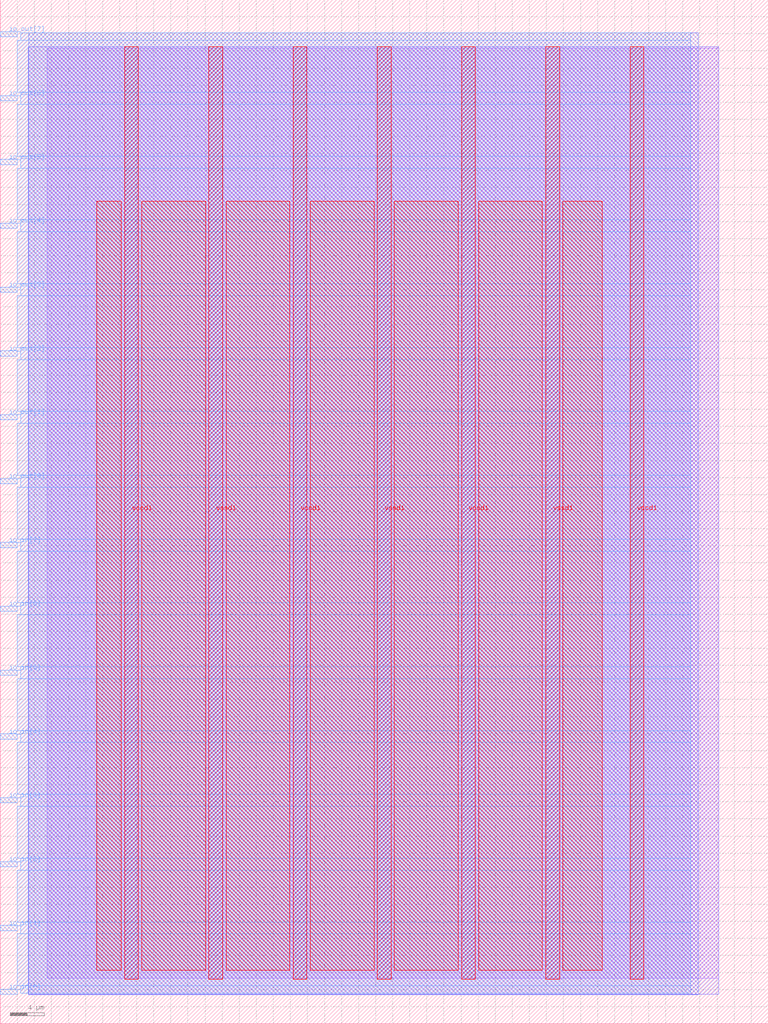
<source format=lef>
VERSION 5.7 ;
  NOWIREEXTENSIONATPIN ON ;
  DIVIDERCHAR "/" ;
  BUSBITCHARS "[]" ;
MACRO moyes0_top_module
  CLASS BLOCK ;
  FOREIGN moyes0_top_module ;
  ORIGIN 0.000 0.000 ;
  SIZE 90.000 BY 120.000 ;
  PIN io_in[0]
    DIRECTION INPUT ;
    USE SIGNAL ;
    PORT
      LAYER met3 ;
        RECT 0.000 3.440 2.000 4.040 ;
    END
  END io_in[0]
  PIN io_in[1]
    DIRECTION INPUT ;
    USE SIGNAL ;
    PORT
      LAYER met3 ;
        RECT 0.000 10.920 2.000 11.520 ;
    END
  END io_in[1]
  PIN io_in[2]
    DIRECTION INPUT ;
    USE SIGNAL ;
    PORT
      LAYER met3 ;
        RECT 0.000 18.400 2.000 19.000 ;
    END
  END io_in[2]
  PIN io_in[3]
    DIRECTION INPUT ;
    USE SIGNAL ;
    PORT
      LAYER met3 ;
        RECT 0.000 25.880 2.000 26.480 ;
    END
  END io_in[3]
  PIN io_in[4]
    DIRECTION INPUT ;
    USE SIGNAL ;
    PORT
      LAYER met3 ;
        RECT 0.000 33.360 2.000 33.960 ;
    END
  END io_in[4]
  PIN io_in[5]
    DIRECTION INPUT ;
    USE SIGNAL ;
    PORT
      LAYER met3 ;
        RECT 0.000 40.840 2.000 41.440 ;
    END
  END io_in[5]
  PIN io_in[6]
    DIRECTION INPUT ;
    USE SIGNAL ;
    PORT
      LAYER met3 ;
        RECT 0.000 48.320 2.000 48.920 ;
    END
  END io_in[6]
  PIN io_in[7]
    DIRECTION INPUT ;
    USE SIGNAL ;
    PORT
      LAYER met3 ;
        RECT 0.000 55.800 2.000 56.400 ;
    END
  END io_in[7]
  PIN io_out[0]
    DIRECTION OUTPUT TRISTATE ;
    USE SIGNAL ;
    PORT
      LAYER met3 ;
        RECT 0.000 63.280 2.000 63.880 ;
    END
  END io_out[0]
  PIN io_out[1]
    DIRECTION OUTPUT TRISTATE ;
    USE SIGNAL ;
    PORT
      LAYER met3 ;
        RECT 0.000 70.760 2.000 71.360 ;
    END
  END io_out[1]
  PIN io_out[2]
    DIRECTION OUTPUT TRISTATE ;
    USE SIGNAL ;
    PORT
      LAYER met3 ;
        RECT 0.000 78.240 2.000 78.840 ;
    END
  END io_out[2]
  PIN io_out[3]
    DIRECTION OUTPUT TRISTATE ;
    USE SIGNAL ;
    PORT
      LAYER met3 ;
        RECT 0.000 85.720 2.000 86.320 ;
    END
  END io_out[3]
  PIN io_out[4]
    DIRECTION OUTPUT TRISTATE ;
    USE SIGNAL ;
    PORT
      LAYER met3 ;
        RECT 0.000 93.200 2.000 93.800 ;
    END
  END io_out[4]
  PIN io_out[5]
    DIRECTION OUTPUT TRISTATE ;
    USE SIGNAL ;
    PORT
      LAYER met3 ;
        RECT 0.000 100.680 2.000 101.280 ;
    END
  END io_out[5]
  PIN io_out[6]
    DIRECTION OUTPUT TRISTATE ;
    USE SIGNAL ;
    PORT
      LAYER met3 ;
        RECT 0.000 108.160 2.000 108.760 ;
    END
  END io_out[6]
  PIN io_out[7]
    DIRECTION OUTPUT TRISTATE ;
    USE SIGNAL ;
    PORT
      LAYER met3 ;
        RECT 0.000 115.640 2.000 116.240 ;
    END
  END io_out[7]
  PIN vccd1
    DIRECTION INOUT ;
    USE POWER ;
    PORT
      LAYER met4 ;
        RECT 14.590 5.200 16.190 114.480 ;
    END
    PORT
      LAYER met4 ;
        RECT 34.330 5.200 35.930 114.480 ;
    END
    PORT
      LAYER met4 ;
        RECT 54.070 5.200 55.670 114.480 ;
    END
    PORT
      LAYER met4 ;
        RECT 73.810 5.200 75.410 114.480 ;
    END
  END vccd1
  PIN vssd1
    DIRECTION INOUT ;
    USE GROUND ;
    PORT
      LAYER met4 ;
        RECT 24.460 5.200 26.060 114.480 ;
    END
    PORT
      LAYER met4 ;
        RECT 44.200 5.200 45.800 114.480 ;
    END
    PORT
      LAYER met4 ;
        RECT 63.940 5.200 65.540 114.480 ;
    END
  END vssd1
  OBS
      LAYER li1 ;
        RECT 5.520 5.355 84.180 114.325 ;
      LAYER met1 ;
        RECT 3.290 3.440 84.180 114.480 ;
      LAYER met2 ;
        RECT 3.320 3.410 81.780 116.125 ;
      LAYER met3 ;
        RECT 2.400 115.240 80.895 116.105 ;
        RECT 2.000 109.160 80.895 115.240 ;
        RECT 2.400 107.760 80.895 109.160 ;
        RECT 2.000 101.680 80.895 107.760 ;
        RECT 2.400 100.280 80.895 101.680 ;
        RECT 2.000 94.200 80.895 100.280 ;
        RECT 2.400 92.800 80.895 94.200 ;
        RECT 2.000 86.720 80.895 92.800 ;
        RECT 2.400 85.320 80.895 86.720 ;
        RECT 2.000 79.240 80.895 85.320 ;
        RECT 2.400 77.840 80.895 79.240 ;
        RECT 2.000 71.760 80.895 77.840 ;
        RECT 2.400 70.360 80.895 71.760 ;
        RECT 2.000 64.280 80.895 70.360 ;
        RECT 2.400 62.880 80.895 64.280 ;
        RECT 2.000 56.800 80.895 62.880 ;
        RECT 2.400 55.400 80.895 56.800 ;
        RECT 2.000 49.320 80.895 55.400 ;
        RECT 2.400 47.920 80.895 49.320 ;
        RECT 2.000 41.840 80.895 47.920 ;
        RECT 2.400 40.440 80.895 41.840 ;
        RECT 2.000 34.360 80.895 40.440 ;
        RECT 2.400 32.960 80.895 34.360 ;
        RECT 2.000 26.880 80.895 32.960 ;
        RECT 2.400 25.480 80.895 26.880 ;
        RECT 2.000 19.400 80.895 25.480 ;
        RECT 2.400 18.000 80.895 19.400 ;
        RECT 2.000 11.920 80.895 18.000 ;
        RECT 2.400 10.520 80.895 11.920 ;
        RECT 2.000 4.440 80.895 10.520 ;
        RECT 2.400 3.575 80.895 4.440 ;
      LAYER met4 ;
        RECT 11.335 6.295 14.190 96.385 ;
        RECT 16.590 6.295 24.060 96.385 ;
        RECT 26.460 6.295 33.930 96.385 ;
        RECT 36.330 6.295 43.800 96.385 ;
        RECT 46.200 6.295 53.670 96.385 ;
        RECT 56.070 6.295 63.540 96.385 ;
        RECT 65.940 6.295 70.545 96.385 ;
  END
END moyes0_top_module
END LIBRARY


</source>
